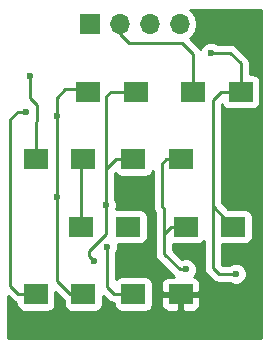
<source format=gbr>
G04 #@! TF.FileFunction,Copper,L2,Bot,Signal*
%FSLAX46Y46*%
G04 Gerber Fmt 4.6, Leading zero omitted, Abs format (unit mm)*
G04 Created by KiCad (PCBNEW 4.0.7) date 07/07/18 12:03:53*
%MOMM*%
%LPD*%
G01*
G04 APERTURE LIST*
%ADD10C,0.100000*%
%ADD11R,2.000000X1.700000*%
%ADD12R,1.700000X1.700000*%
%ADD13O,1.700000X1.700000*%
%ADD14C,0.600000*%
%ADD15C,0.250000*%
%ADD16C,0.254000*%
G04 APERTURE END LIST*
D10*
D11*
X119285000Y-102235000D03*
X123285000Y-102235000D03*
X123095000Y-107950000D03*
X127095000Y-107950000D03*
X127540000Y-113665000D03*
X131540000Y-113665000D03*
X123285000Y-113665000D03*
X119285000Y-113665000D03*
X127730000Y-96520000D03*
X123730000Y-96520000D03*
X131540000Y-102235000D03*
X127540000Y-102235000D03*
X135985000Y-107950000D03*
X131985000Y-107950000D03*
X132620000Y-96520000D03*
X136620000Y-96520000D03*
D12*
X123825000Y-90805000D03*
D13*
X126365000Y-90805000D03*
X128905000Y-90805000D03*
X131445000Y-90805000D03*
D14*
X118745000Y-95186500D03*
X126746000Y-107950000D03*
X125285500Y-109664500D03*
X131635500Y-113601500D03*
X123253500Y-113665000D03*
X121031000Y-105473500D03*
X121031000Y-98615500D03*
X123444000Y-96456500D03*
X118427500Y-98234500D03*
X125222000Y-106108500D03*
X127508000Y-101981000D03*
X127889000Y-96583500D03*
X124206000Y-110871000D03*
X131508500Y-102108000D03*
X131953000Y-111569500D03*
X132080000Y-107950000D03*
X136461500Y-96710500D03*
X135953500Y-107886500D03*
X136207500Y-111950500D03*
X134112000Y-93218000D03*
D15*
X119285000Y-102235000D02*
X119285000Y-99091500D01*
X118745000Y-97028000D02*
X118745000Y-95186500D01*
X119380000Y-97663000D02*
X118745000Y-97028000D01*
X119380000Y-98996500D02*
X119380000Y-97663000D01*
X119285000Y-99091500D02*
X119380000Y-98996500D01*
X123095000Y-107950000D02*
X123095000Y-102425000D01*
X123095000Y-102425000D02*
X123285000Y-102235000D01*
X126746000Y-107950000D02*
X127095000Y-107950000D01*
X127540000Y-113665000D02*
X125857000Y-113665000D01*
X125285500Y-113093500D02*
X125285500Y-109664500D01*
X125857000Y-113665000D02*
X125285500Y-113093500D01*
X131635500Y-113601500D02*
X131572000Y-113665000D01*
X131572000Y-113665000D02*
X131540000Y-113665000D01*
X123253500Y-113665000D02*
X123285000Y-113665000D01*
X123444000Y-96456500D02*
X123507500Y-96520000D01*
X123507500Y-96520000D02*
X123730000Y-96520000D01*
X123285000Y-113665000D02*
X122174000Y-113665000D01*
X122174000Y-113665000D02*
X121031000Y-112522000D01*
X121031000Y-112522000D02*
X121031000Y-105473500D01*
X121031000Y-105473500D02*
X121031000Y-98615500D01*
X121729500Y-96329500D02*
X123539500Y-96329500D01*
X121031000Y-98615500D02*
X121031000Y-97028000D01*
X121031000Y-97028000D02*
X121729500Y-96329500D01*
X123539500Y-96329500D02*
X123730000Y-96520000D01*
X119285000Y-113665000D02*
X117792500Y-113665000D01*
X117729000Y-98234500D02*
X118427500Y-98234500D01*
X117094000Y-98869500D02*
X117729000Y-98234500D01*
X117094000Y-112966500D02*
X117094000Y-98869500D01*
X117792500Y-113665000D02*
X117094000Y-112966500D01*
X127508000Y-101981000D02*
X127540000Y-102013000D01*
X127540000Y-102013000D02*
X127540000Y-102235000D01*
X127889000Y-96583500D02*
X127825500Y-96520000D01*
X127825500Y-96520000D02*
X127730000Y-96520000D01*
X125222000Y-103060500D02*
X125222000Y-96901000D01*
X125603000Y-96520000D02*
X127730000Y-96520000D01*
X125222000Y-96901000D02*
X125603000Y-96520000D01*
X124206000Y-110871000D02*
X123761500Y-110426500D01*
X123761500Y-110426500D02*
X123761500Y-110045500D01*
X123761500Y-110045500D02*
X125222000Y-108585000D01*
X125222000Y-108585000D02*
X125222000Y-106108500D01*
X125222000Y-106108500D02*
X125222000Y-103060500D01*
X125222000Y-103060500D02*
X126047500Y-102235000D01*
X126047500Y-102235000D02*
X127540000Y-102235000D01*
X131508500Y-102108000D02*
X131540000Y-102139500D01*
X131540000Y-102139500D02*
X131540000Y-102235000D01*
X130111500Y-108648500D02*
X130111500Y-106426000D01*
X130302000Y-102235000D02*
X131540000Y-102235000D01*
X129921000Y-102616000D02*
X130302000Y-102235000D01*
X129921000Y-106235500D02*
X129921000Y-102616000D01*
X130111500Y-106426000D02*
X129921000Y-106235500D01*
X131985000Y-107950000D02*
X130746500Y-107950000D01*
X131445000Y-111569500D02*
X131953000Y-111569500D01*
X130111500Y-110236000D02*
X131445000Y-111569500D01*
X130111500Y-108585000D02*
X130111500Y-108648500D01*
X130111500Y-108648500D02*
X130111500Y-110236000D01*
X130746500Y-107950000D02*
X130111500Y-108585000D01*
X132080000Y-107950000D02*
X131985000Y-107950000D01*
X136461500Y-96710500D02*
X136620000Y-96552000D01*
X136620000Y-96552000D02*
X136620000Y-96520000D01*
X135953500Y-107886500D02*
X135985000Y-107918000D01*
X135985000Y-107918000D02*
X135985000Y-107950000D01*
X134254750Y-106219750D02*
X134254750Y-111458250D01*
X134747000Y-111950500D02*
X136207500Y-111950500D01*
X134254750Y-111458250D02*
X134747000Y-111950500D01*
X136620000Y-96520000D02*
X134937500Y-96520000D01*
X134239000Y-106204000D02*
X134254750Y-106219750D01*
X134254750Y-106219750D02*
X135985000Y-107950000D01*
X134239000Y-97218500D02*
X134239000Y-106204000D01*
X134937500Y-96520000D02*
X134239000Y-97218500D01*
X136620000Y-96520000D02*
X136620000Y-94138500D01*
X135699500Y-93218000D02*
X134112000Y-93218000D01*
X136620000Y-94138500D02*
X135699500Y-93218000D01*
X126365000Y-90805000D02*
X126365000Y-91630500D01*
X126365000Y-91630500D02*
X127127000Y-92392500D01*
X127127000Y-92392500D02*
X131635500Y-92392500D01*
X131635500Y-92392500D02*
X132620000Y-93377000D01*
X132620000Y-93377000D02*
X132620000Y-96520000D01*
D16*
G36*
X138355000Y-117400000D02*
X116915000Y-117400000D01*
X116915000Y-113862302D01*
X117255099Y-114202401D01*
X117501660Y-114367148D01*
X117637560Y-114394180D01*
X117637560Y-114515000D01*
X117681838Y-114750317D01*
X117820910Y-114966441D01*
X118033110Y-115111431D01*
X118285000Y-115162440D01*
X120285000Y-115162440D01*
X120520317Y-115118162D01*
X120736441Y-114979090D01*
X120881431Y-114766890D01*
X120932440Y-114515000D01*
X120932440Y-113498242D01*
X121636599Y-114202401D01*
X121637560Y-114203043D01*
X121637560Y-114515000D01*
X121681838Y-114750317D01*
X121820910Y-114966441D01*
X122033110Y-115111431D01*
X122285000Y-115162440D01*
X124285000Y-115162440D01*
X124520317Y-115118162D01*
X124736441Y-114979090D01*
X124881431Y-114766890D01*
X124932440Y-114515000D01*
X124932440Y-113815242D01*
X125319599Y-114202401D01*
X125566161Y-114367148D01*
X125857000Y-114425000D01*
X125892560Y-114425000D01*
X125892560Y-114515000D01*
X125936838Y-114750317D01*
X126075910Y-114966441D01*
X126288110Y-115111431D01*
X126540000Y-115162440D01*
X128540000Y-115162440D01*
X128775317Y-115118162D01*
X128991441Y-114979090D01*
X129136431Y-114766890D01*
X129187440Y-114515000D01*
X129187440Y-113950750D01*
X129905000Y-113950750D01*
X129905000Y-114641310D01*
X130001673Y-114874699D01*
X130180302Y-115053327D01*
X130413691Y-115150000D01*
X131254250Y-115150000D01*
X131413000Y-114991250D01*
X131413000Y-113792000D01*
X131667000Y-113792000D01*
X131667000Y-114991250D01*
X131825750Y-115150000D01*
X132666309Y-115150000D01*
X132899698Y-115053327D01*
X133078327Y-114874699D01*
X133175000Y-114641310D01*
X133175000Y-113950750D01*
X133016250Y-113792000D01*
X131667000Y-113792000D01*
X131413000Y-113792000D01*
X130063750Y-113792000D01*
X129905000Y-113950750D01*
X129187440Y-113950750D01*
X129187440Y-112815000D01*
X129143162Y-112579683D01*
X129004090Y-112363559D01*
X128791890Y-112218569D01*
X128540000Y-112167560D01*
X126540000Y-112167560D01*
X126304683Y-112211838D01*
X126088559Y-112350910D01*
X126045500Y-112413929D01*
X126045500Y-110226963D01*
X126077692Y-110194827D01*
X126220338Y-109851299D01*
X126220662Y-109479333D01*
X126207484Y-109447440D01*
X128095000Y-109447440D01*
X128330317Y-109403162D01*
X128546441Y-109264090D01*
X128691431Y-109051890D01*
X128742440Y-108800000D01*
X128742440Y-107100000D01*
X128698162Y-106864683D01*
X128559090Y-106648559D01*
X128346890Y-106503569D01*
X128095000Y-106452560D01*
X126095000Y-106452560D01*
X126091244Y-106453267D01*
X126156838Y-106295299D01*
X126157162Y-105923333D01*
X126015117Y-105579557D01*
X125982000Y-105546382D01*
X125982000Y-103390501D01*
X126075910Y-103536441D01*
X126288110Y-103681431D01*
X126540000Y-103732440D01*
X128540000Y-103732440D01*
X128775317Y-103688162D01*
X128991441Y-103549090D01*
X129136431Y-103336890D01*
X129161000Y-103215565D01*
X129161000Y-106235500D01*
X129218852Y-106526339D01*
X129351500Y-106724861D01*
X129351500Y-110236000D01*
X129409352Y-110526839D01*
X129574099Y-110773401D01*
X130907599Y-112106901D01*
X131017000Y-112180000D01*
X130413691Y-112180000D01*
X130180302Y-112276673D01*
X130001673Y-112455301D01*
X129905000Y-112688690D01*
X129905000Y-113379250D01*
X130063750Y-113538000D01*
X131413000Y-113538000D01*
X131413000Y-113518000D01*
X131667000Y-113518000D01*
X131667000Y-113538000D01*
X133016250Y-113538000D01*
X133175000Y-113379250D01*
X133175000Y-112688690D01*
X133078327Y-112455301D01*
X132899698Y-112276673D01*
X132666309Y-112180000D01*
X132664879Y-112180000D01*
X132745192Y-112099827D01*
X132887838Y-111756299D01*
X132888162Y-111384333D01*
X132746117Y-111040557D01*
X132483327Y-110777308D01*
X132139799Y-110634662D01*
X131767833Y-110634338D01*
X131638202Y-110687900D01*
X130871500Y-109921198D01*
X130871500Y-109424456D01*
X130985000Y-109447440D01*
X132985000Y-109447440D01*
X133220317Y-109403162D01*
X133436441Y-109264090D01*
X133494750Y-109178752D01*
X133494750Y-111458250D01*
X133552602Y-111749089D01*
X133717349Y-111995651D01*
X134209599Y-112487901D01*
X134456161Y-112652648D01*
X134747000Y-112710500D01*
X135645037Y-112710500D01*
X135677173Y-112742692D01*
X136020701Y-112885338D01*
X136392667Y-112885662D01*
X136736443Y-112743617D01*
X136999692Y-112480827D01*
X137142338Y-112137299D01*
X137142662Y-111765333D01*
X137000617Y-111421557D01*
X136737827Y-111158308D01*
X136394299Y-111015662D01*
X136022333Y-111015338D01*
X135678557Y-111157383D01*
X135645382Y-111190500D01*
X135061802Y-111190500D01*
X135014750Y-111143448D01*
X135014750Y-109447440D01*
X136985000Y-109447440D01*
X137220317Y-109403162D01*
X137436441Y-109264090D01*
X137581431Y-109051890D01*
X137632440Y-108800000D01*
X137632440Y-107100000D01*
X137588162Y-106864683D01*
X137449090Y-106648559D01*
X137236890Y-106503569D01*
X136985000Y-106452560D01*
X135562362Y-106452560D01*
X134999000Y-105889198D01*
X134999000Y-97533302D01*
X135002608Y-97529694D01*
X135016838Y-97605317D01*
X135155910Y-97821441D01*
X135368110Y-97966431D01*
X135620000Y-98017440D01*
X137620000Y-98017440D01*
X137855317Y-97973162D01*
X138071441Y-97834090D01*
X138216431Y-97621890D01*
X138267440Y-97370000D01*
X138267440Y-95670000D01*
X138223162Y-95434683D01*
X138084090Y-95218559D01*
X137871890Y-95073569D01*
X137620000Y-95022560D01*
X137380000Y-95022560D01*
X137380000Y-94138500D01*
X137322148Y-93847661D01*
X137157401Y-93601099D01*
X136236901Y-92680599D01*
X135990339Y-92515852D01*
X135699500Y-92458000D01*
X134674463Y-92458000D01*
X134642327Y-92425808D01*
X134298799Y-92283162D01*
X133926833Y-92282838D01*
X133583057Y-92424883D01*
X133319808Y-92687673D01*
X133218656Y-92931273D01*
X133157401Y-92839599D01*
X132319350Y-92001548D01*
X132495054Y-91884147D01*
X132816961Y-91402378D01*
X132930000Y-90834093D01*
X132930000Y-90775907D01*
X132816961Y-90207622D01*
X132495054Y-89725853D01*
X132321667Y-89610000D01*
X138355000Y-89610000D01*
X138355000Y-117400000D01*
X138355000Y-117400000D01*
G37*
X138355000Y-117400000D02*
X116915000Y-117400000D01*
X116915000Y-113862302D01*
X117255099Y-114202401D01*
X117501660Y-114367148D01*
X117637560Y-114394180D01*
X117637560Y-114515000D01*
X117681838Y-114750317D01*
X117820910Y-114966441D01*
X118033110Y-115111431D01*
X118285000Y-115162440D01*
X120285000Y-115162440D01*
X120520317Y-115118162D01*
X120736441Y-114979090D01*
X120881431Y-114766890D01*
X120932440Y-114515000D01*
X120932440Y-113498242D01*
X121636599Y-114202401D01*
X121637560Y-114203043D01*
X121637560Y-114515000D01*
X121681838Y-114750317D01*
X121820910Y-114966441D01*
X122033110Y-115111431D01*
X122285000Y-115162440D01*
X124285000Y-115162440D01*
X124520317Y-115118162D01*
X124736441Y-114979090D01*
X124881431Y-114766890D01*
X124932440Y-114515000D01*
X124932440Y-113815242D01*
X125319599Y-114202401D01*
X125566161Y-114367148D01*
X125857000Y-114425000D01*
X125892560Y-114425000D01*
X125892560Y-114515000D01*
X125936838Y-114750317D01*
X126075910Y-114966441D01*
X126288110Y-115111431D01*
X126540000Y-115162440D01*
X128540000Y-115162440D01*
X128775317Y-115118162D01*
X128991441Y-114979090D01*
X129136431Y-114766890D01*
X129187440Y-114515000D01*
X129187440Y-113950750D01*
X129905000Y-113950750D01*
X129905000Y-114641310D01*
X130001673Y-114874699D01*
X130180302Y-115053327D01*
X130413691Y-115150000D01*
X131254250Y-115150000D01*
X131413000Y-114991250D01*
X131413000Y-113792000D01*
X131667000Y-113792000D01*
X131667000Y-114991250D01*
X131825750Y-115150000D01*
X132666309Y-115150000D01*
X132899698Y-115053327D01*
X133078327Y-114874699D01*
X133175000Y-114641310D01*
X133175000Y-113950750D01*
X133016250Y-113792000D01*
X131667000Y-113792000D01*
X131413000Y-113792000D01*
X130063750Y-113792000D01*
X129905000Y-113950750D01*
X129187440Y-113950750D01*
X129187440Y-112815000D01*
X129143162Y-112579683D01*
X129004090Y-112363559D01*
X128791890Y-112218569D01*
X128540000Y-112167560D01*
X126540000Y-112167560D01*
X126304683Y-112211838D01*
X126088559Y-112350910D01*
X126045500Y-112413929D01*
X126045500Y-110226963D01*
X126077692Y-110194827D01*
X126220338Y-109851299D01*
X126220662Y-109479333D01*
X126207484Y-109447440D01*
X128095000Y-109447440D01*
X128330317Y-109403162D01*
X128546441Y-109264090D01*
X128691431Y-109051890D01*
X128742440Y-108800000D01*
X128742440Y-107100000D01*
X128698162Y-106864683D01*
X128559090Y-106648559D01*
X128346890Y-106503569D01*
X128095000Y-106452560D01*
X126095000Y-106452560D01*
X126091244Y-106453267D01*
X126156838Y-106295299D01*
X126157162Y-105923333D01*
X126015117Y-105579557D01*
X125982000Y-105546382D01*
X125982000Y-103390501D01*
X126075910Y-103536441D01*
X126288110Y-103681431D01*
X126540000Y-103732440D01*
X128540000Y-103732440D01*
X128775317Y-103688162D01*
X128991441Y-103549090D01*
X129136431Y-103336890D01*
X129161000Y-103215565D01*
X129161000Y-106235500D01*
X129218852Y-106526339D01*
X129351500Y-106724861D01*
X129351500Y-110236000D01*
X129409352Y-110526839D01*
X129574099Y-110773401D01*
X130907599Y-112106901D01*
X131017000Y-112180000D01*
X130413691Y-112180000D01*
X130180302Y-112276673D01*
X130001673Y-112455301D01*
X129905000Y-112688690D01*
X129905000Y-113379250D01*
X130063750Y-113538000D01*
X131413000Y-113538000D01*
X131413000Y-113518000D01*
X131667000Y-113518000D01*
X131667000Y-113538000D01*
X133016250Y-113538000D01*
X133175000Y-113379250D01*
X133175000Y-112688690D01*
X133078327Y-112455301D01*
X132899698Y-112276673D01*
X132666309Y-112180000D01*
X132664879Y-112180000D01*
X132745192Y-112099827D01*
X132887838Y-111756299D01*
X132888162Y-111384333D01*
X132746117Y-111040557D01*
X132483327Y-110777308D01*
X132139799Y-110634662D01*
X131767833Y-110634338D01*
X131638202Y-110687900D01*
X130871500Y-109921198D01*
X130871500Y-109424456D01*
X130985000Y-109447440D01*
X132985000Y-109447440D01*
X133220317Y-109403162D01*
X133436441Y-109264090D01*
X133494750Y-109178752D01*
X133494750Y-111458250D01*
X133552602Y-111749089D01*
X133717349Y-111995651D01*
X134209599Y-112487901D01*
X134456161Y-112652648D01*
X134747000Y-112710500D01*
X135645037Y-112710500D01*
X135677173Y-112742692D01*
X136020701Y-112885338D01*
X136392667Y-112885662D01*
X136736443Y-112743617D01*
X136999692Y-112480827D01*
X137142338Y-112137299D01*
X137142662Y-111765333D01*
X137000617Y-111421557D01*
X136737827Y-111158308D01*
X136394299Y-111015662D01*
X136022333Y-111015338D01*
X135678557Y-111157383D01*
X135645382Y-111190500D01*
X135061802Y-111190500D01*
X135014750Y-111143448D01*
X135014750Y-109447440D01*
X136985000Y-109447440D01*
X137220317Y-109403162D01*
X137436441Y-109264090D01*
X137581431Y-109051890D01*
X137632440Y-108800000D01*
X137632440Y-107100000D01*
X137588162Y-106864683D01*
X137449090Y-106648559D01*
X137236890Y-106503569D01*
X136985000Y-106452560D01*
X135562362Y-106452560D01*
X134999000Y-105889198D01*
X134999000Y-97533302D01*
X135002608Y-97529694D01*
X135016838Y-97605317D01*
X135155910Y-97821441D01*
X135368110Y-97966431D01*
X135620000Y-98017440D01*
X137620000Y-98017440D01*
X137855317Y-97973162D01*
X138071441Y-97834090D01*
X138216431Y-97621890D01*
X138267440Y-97370000D01*
X138267440Y-95670000D01*
X138223162Y-95434683D01*
X138084090Y-95218559D01*
X137871890Y-95073569D01*
X137620000Y-95022560D01*
X137380000Y-95022560D01*
X137380000Y-94138500D01*
X137322148Y-93847661D01*
X137157401Y-93601099D01*
X136236901Y-92680599D01*
X135990339Y-92515852D01*
X135699500Y-92458000D01*
X134674463Y-92458000D01*
X134642327Y-92425808D01*
X134298799Y-92283162D01*
X133926833Y-92282838D01*
X133583057Y-92424883D01*
X133319808Y-92687673D01*
X133218656Y-92931273D01*
X133157401Y-92839599D01*
X132319350Y-92001548D01*
X132495054Y-91884147D01*
X132816961Y-91402378D01*
X132930000Y-90834093D01*
X132930000Y-90775907D01*
X132816961Y-90207622D01*
X132495054Y-89725853D01*
X132321667Y-89610000D01*
X138355000Y-89610000D01*
X138355000Y-117400000D01*
G36*
X129032000Y-90678000D02*
X129052000Y-90678000D01*
X129052000Y-90932000D01*
X129032000Y-90932000D01*
X129032000Y-90952000D01*
X128778000Y-90952000D01*
X128778000Y-90932000D01*
X128758000Y-90932000D01*
X128758000Y-90678000D01*
X128778000Y-90678000D01*
X128778000Y-90658000D01*
X129032000Y-90658000D01*
X129032000Y-90678000D01*
X129032000Y-90678000D01*
G37*
X129032000Y-90678000D02*
X129052000Y-90678000D01*
X129052000Y-90932000D01*
X129032000Y-90932000D01*
X129032000Y-90952000D01*
X128778000Y-90952000D01*
X128778000Y-90932000D01*
X128758000Y-90932000D01*
X128758000Y-90678000D01*
X128778000Y-90678000D01*
X128778000Y-90658000D01*
X129032000Y-90658000D01*
X129032000Y-90678000D01*
M02*

</source>
